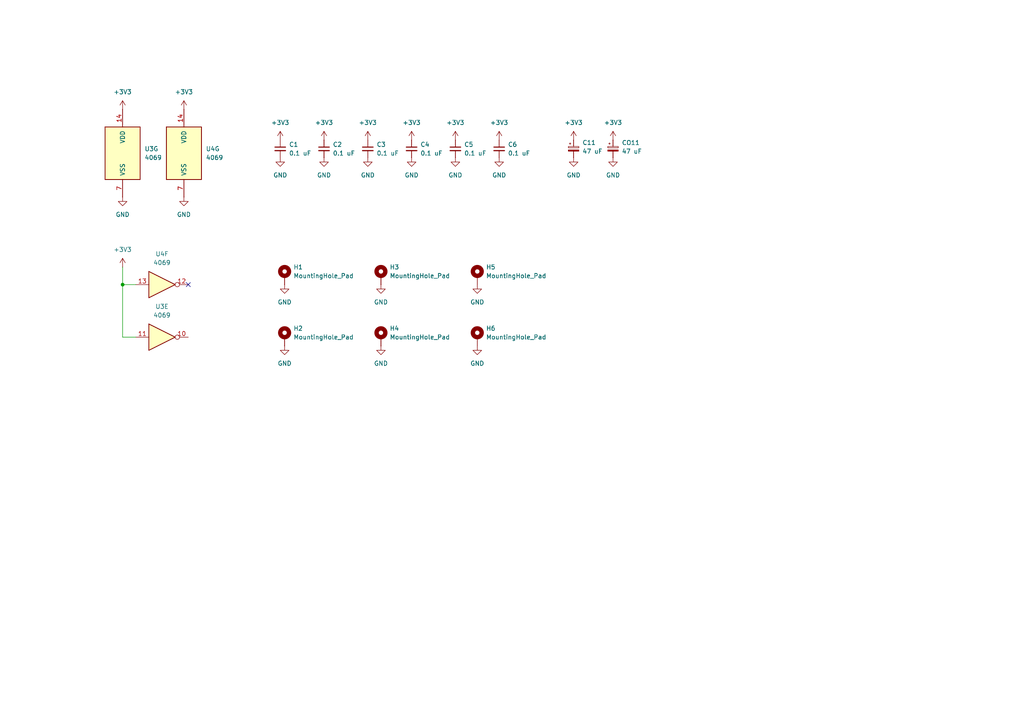
<source format=kicad_sch>
(kicad_sch (version 20250114) (generator "eeschema") (generator_version "9.0")
  (paper "A4")
  (lib_symbols
    (symbol "4xxx:4069" (pin_names (offset 1.016))
      (property "Reference" "U" (at 0 1.27 0))
      (property "Value" "4069" (at 0 -1.27 0))
      (symbol "4069_1_0"
        (polyline (pts (xy -3.81 3.81) (xy -3.81 -3.81) (xy 3.81 0) (xy -3.81 3.81)) (stroke (width 0.254)) (fill (type background)))
        (pin input line (at -7.62 0 0) (length 3.81) (name "~") (number "1"))
        (pin output inverted (at 7.62 0 180) (length 3.81) (name "~") (number "2"))
      )
      (symbol "4069_2_0"
        (polyline (pts (xy -3.81 3.81) (xy -3.81 -3.81) (xy 3.81 0) (xy -3.81 3.81)) (stroke (width 0.254)) (fill (type background)))
        (pin input line (at -7.62 0 0) (length 3.81) (name "~") (number "3"))
        (pin output inverted (at 7.62 0 180) (length 3.81) (name "~") (number "4"))
      )
      (symbol "4069_3_0"
        (polyline (pts (xy -3.81 3.81) (xy -3.81 -3.81) (xy 3.81 0) (xy -3.81 3.81)) (stroke (width 0.254)) (fill (type background)))
        (pin input line (at -7.62 0 0) (length 3.81) (name "~") (number "5"))
        (pin output inverted (at 7.62 0 180) (length 3.81) (name "~") (number "6"))
      )
      (symbol "4069_4_0"
        (polyline (pts (xy -3.81 3.81) (xy -3.81 -3.81) (xy 3.81 0) (xy -3.81 3.81)) (stroke (width 0.254)) (fill (type background)))
        (pin input line (at -7.62 0 0) (length 3.81) (name "~") (number "9"))
        (pin output inverted (at 7.62 0 180) (length 3.81) (name "~") (number "8"))
      )
      (symbol "4069_5_0"
        (polyline (pts (xy -3.81 3.81) (xy -3.81 -3.81) (xy 3.81 0) (xy -3.81 3.81)) (stroke (width 0.254)) (fill (type background)))
        (pin input line (at -7.62 0 0) (length 3.81) (name "~") (number "11"))
        (pin output inverted (at 7.62 0 180) (length 3.81) (name "~") (number "10"))
      )
      (symbol "4069_6_0"
        (polyline (pts (xy -3.81 3.81) (xy -3.81 -3.81) (xy 3.81 0) (xy -3.81 3.81)) (stroke (width 0.254)) (fill (type background)))
        (pin input line (at -7.62 0 0) (length 3.81) (name "~") (number "13"))
        (pin output inverted (at 7.62 0 180) (length 3.81) (name "~") (number "12"))
      )
      (symbol "4069_7_0"
        (pin power_in line (at 0 12.7 270) (length 5.08) (name "VDD") (number "14"))
        (pin power_in line (at 0 -12.7 90) (length 5.08) (name "VSS") (number "7"))
      )
      (symbol "4069_7_1"
        (rectangle (start -5.08 7.62) (end 5.08 -7.62) (stroke (width 0.254)) (fill (type background)))
      )
    )
    (symbol "Device:C_Polarized_Small" (pin_numbers (hide yes)) (pin_names (offset 0.254) (hide yes))
      (property "Reference" "C" (at 0.254 1.778 0))
      (property "Value" "C_Polarized_Small" (at 0.254 -2.032 0))
      (symbol "C_Polarized_Small_0_1"
        (rectangle (start -1.524 0.6858) (end 1.524 0.3048))
        (rectangle (start -1.524 -0.3048) (end 1.524 -0.6858) (fill (type outline)))
        (polyline (pts (xy -1.27 1.524) (xy -0.762 1.524)))
        (polyline (pts (xy -1.016 1.27) (xy -1.016 1.778)))
      )
      (symbol "C_Polarized_Small_1_1"
        (pin passive line (at 0 2.54 270) (length 1.8542) (name "~") (number "1"))
        (pin passive line (at 0 -2.54 90) (length 1.8542) (name "~") (number "2"))
      )
    )
    (symbol "Device:C_Small" (pin_numbers (hide yes)) (pin_names (offset 0.254) (hide yes))
      (property "Reference" "C" (at 0.254 1.778 0))
      (property "Value" "C_Small" (at 0.254 -2.032 0))
      (symbol "C_Small_0_1"
        (polyline (pts (xy -1.524 0.508) (xy 1.524 0.508)) (stroke (width 0.3048)))
        (polyline (pts (xy -1.524 -0.508) (xy 1.524 -0.508)) (stroke (width 0.3302)))
      )
      (symbol "C_Small_1_1"
        (pin passive line (at 0 2.54 270) (length 2.032) (name "~") (number "1"))
        (pin passive line (at 0 -2.54 90) (length 2.032) (name "~") (number "2"))
      )
    )
    (symbol "Mechanical:MountingHole_Pad" (pin_numbers (hide yes)) (pin_names (offset 1.016) (hide yes)) (in_bom no)
      (property "Reference" "H" (at 0 6.35 0))
      (property "Value" "MountingHole_Pad" (at 0 4.445 0))
      (symbol "MountingHole_Pad_0_1"
        (circle (center 0 1.27) (radius 1.27) (stroke (width 1.27)))
      )
      (symbol "MountingHole_Pad_1_1"
        (pin input line (at 0 -2.54 90) (length 2.54) (name "1") (number "1"))
      )
    )
    (symbol "power:+3V3" (power) (pin_numbers (hide yes)) (pin_names (offset 0) (hide yes))
      (property "Value" "+3V3" (at 0 3.556 0))
      (symbol "+3V3_0_1"
        (polyline (pts (xy -0.762 1.27) (xy 0 2.54)))
        (polyline (pts (xy 0 2.54) (xy 0.762 1.27)))
        (polyline (pts (xy 0 0) (xy 0 2.54)))
      )
      (symbol "+3V3_1_1"
        (pin power_in line (at 0 0 90) (length 0) (name "~") (number "1"))
      )
    )
    (symbol "power:GND" (power) (pin_numbers (hide yes)) (pin_names (offset 0) (hide yes))
      (property "Value" "GND" (at 0 -3.81 0))
      (symbol "GND_0_1"
        (polyline (pts (xy 0 0) (xy 0 -1.27) (xy 1.27 -1.27) (xy 0 -2.54) (xy -1.27 -1.27) (xy 0 -1.27)))
      )
      (symbol "GND_1_1"
        (pin power_in line (at 0 0 270) (length 0) (name "~") (number "1"))
      )
    )
  )
  (junction (at 35.56 82.55))
  (no_connect (at 54.61 82.55))
  (wire (pts (xy 35.56 77.47) (xy 35.56 82.55)))
  (wire (pts (xy 35.56 82.55) (xy 35.56 97.79)))
  (wire (pts (xy 39.37 82.55) (xy 35.56 82.55)))
  (wire (pts (xy 35.56 97.79) (xy 39.37 97.79)))
  (symbol (lib_id "power:GND") (at 144.78 45.72 0) (unit 1)
    (property "Reference" "#PWR033" (effects (hide yes)))
    (property "Value" "GND" (at 144.78 50.8 0))
    (property "Description" "Power symbol creates a global label with name \"GND\" , ground" (effects (hide yes)))
  )
  (symbol (lib_id "power:+3V3") (at 106.68 40.64 0) (unit 1)
    (property "Reference" "#PWR016" (effects (hide yes)))
    (property "Value" "+3V3" (at 106.68 35.56 0))
    (property "Description" "Power symbol creates a global label with name \"+3V3\"" (effects (hide yes)))
  )
  (symbol (lib_id "power:GND") (at 81.28 45.72 0) (unit 1)
    (property "Reference" "#PWR013" (effects (hide yes)))
    (property "Value" "GND" (at 81.28 50.8 0))
    (property "Description" "Power symbol creates a global label with name \"GND\" , ground" (effects (hide yes)))
  )
  (symbol (lib_id "power:+3V3") (at 35.56 77.47 0) (unit 1)
    (property "Reference" "#PWR010" (effects (hide yes)))
    (property "Value" "+3V3" (at 35.56 72.39 0))
    (property "Description" "Power symbol creates a global label with name \"+3V3\"" (effects (hide yes)))
  )
  (symbol (lib_id "power:+3V3") (at 144.78 40.64 0) (unit 1)
    (property "Reference" "#PWR032" (effects (hide yes)))
    (property "Value" "+3V3" (at 144.78 35.56 0))
    (property "Description" "Power symbol creates a global label with name \"+3V3\"" (effects (hide yes)))
  )
  (symbol (lib_id "Device:C_Small") (at 119.38 43.18 0) (unit 1)
    (property "Reference" "C4" (at 121.92 41.9162 0) (effects (justify left)))
    (property "Value" "0.1 uF" (at 121.92 44.4562 0) (effects (justify left)))
    (property "Footprint" "Capacitor_THT:C_Disc_D6.0mm_W2.5mm_P5.00mm" (effects (hide yes)))
    (property "Description" "Unpolarized capacitor, small symbol" (effects (hide yes)))
  )
  (symbol (lib_id "power:+3V3") (at 177.8 40.64 0) (unit 1)
    (property "Reference" "#PWR030" (effects (hide yes)))
    (property "Value" "+3V3" (at 177.8 35.56 0))
    (property "Description" "Power symbol creates a global label with name \"+3V3\"" (effects (hide yes)))
  )
  (symbol (lib_id "power:GND") (at 53.34 57.15 0) (unit 1)
    (property "Reference" "#PWR01" (effects (hide yes)))
    (property "Value" "GND" (at 53.34 62.23 0))
    (property "Description" "Power symbol creates a global label with name \"GND\" , ground" (effects (hide yes)))
  )
  (symbol (lib_id "4xxx:4069") (at 35.56 44.45 0) (unit 7)
    (property "Reference" "U3" (at 41.91 43.1799 0) (effects (justify left)))
    (property "Value" "4069" (at 41.91 45.7199 0) (effects (justify left)))
    (property "Footprint" "Package_DIP:DIP-14_W7.62mm" (effects (hide yes)))
    (property "Datasheet" "http://www.intersil.com/content/dam/Intersil/documents/cd40/cd4069ubms.pdf" (effects (hide yes)))
    (property "Description" "Hex inverter" (effects (hide yes)))
  )
  (symbol (lib_id "Mechanical:MountingHole_Pad") (at 82.55 80.01 0) (unit 1) (in_bom no)
    (property "Reference" "H1" (at 85.09 77.4699 0) (effects (justify left)))
    (property "Value" "MountingHole_Pad" (at 85.09 80.0099 0) (effects (justify left)))
    (property "Footprint" "MountingHole:MountingHole_3.2mm_M3_Pad_Via" (effects (hide yes)))
    (property "Description" "Mounting Hole with connection" (effects (hide yes)))
  )
  (symbol (lib_id "power:GND") (at 93.98 45.72 0) (unit 1)
    (property "Reference" "#PWR015" (effects (hide yes)))
    (property "Value" "GND" (at 93.98 50.8 0))
    (property "Description" "Power symbol creates a global label with name \"GND\" , ground" (effects (hide yes)))
  )
  (symbol (lib_id "power:+3V3") (at 166.37 40.64 0) (unit 1)
    (property "Reference" "#PWR028" (effects (hide yes)))
    (property "Value" "+3V3" (at 166.37 35.56 0))
    (property "Description" "Power symbol creates a global label with name \"+3V3\"" (effects (hide yes)))
  )
  (symbol (lib_id "Device:C_Small") (at 132.08 43.18 0) (unit 1)
    (property "Reference" "C5" (at 134.62 41.9162 0) (effects (justify left)))
    (property "Value" "0.1 uF" (at 134.62 44.4562 0) (effects (justify left)))
    (property "Footprint" "Capacitor_THT:C_Disc_D6.0mm_W2.5mm_P5.00mm" (effects (hide yes)))
    (property "Description" "Unpolarized capacitor, small symbol" (effects (hide yes)))
  )
  (symbol (lib_id "4xxx:4069") (at 53.34 44.45 0) (unit 7)
    (property "Reference" "U4" (at 59.69 43.1799 0) (effects (justify left)))
    (property "Value" "4069" (at 59.69 45.7199 0) (effects (justify left)))
    (property "Footprint" "Package_DIP:DIP-14_W7.62mm" (effects (hide yes)))
    (property "Datasheet" "http://www.intersil.com/content/dam/Intersil/documents/cd40/cd4069ubms.pdf" (effects (hide yes)))
    (property "Description" "Hex inverter" (effects (hide yes)))
  )
  (symbol (lib_id "power:+3V3") (at 81.28 40.64 0) (unit 1)
    (property "Reference" "#PWR012" (effects (hide yes)))
    (property "Value" "+3V3" (at 81.28 35.56 0))
    (property "Description" "Power symbol creates a global label with name \"+3V3\"" (effects (hide yes)))
  )
  (symbol (lib_id "power:GND") (at 110.49 82.55 0) (unit 1)
    (property "Reference" "#PWR022" (effects (hide yes)))
    (property "Value" "GND" (at 110.49 87.63 0))
    (property "Description" "Power symbol creates a global label with name \"GND\" , ground" (effects (hide yes)))
  )
  (symbol (lib_id "Device:C_Polarized_Small") (at 177.8 43.18 0) (unit 1)
    (property "Reference" "CO11" (at 180.34 41.402 0) (effects (justify left)))
    (property "Value" "47 uF" (at 180.34 43.9038 0) (effects (justify left)))
    (property "Footprint" "Capacitor_THT:CP_Radial_D6.3mm_P2.50mm" (effects (hide yes)))
    (property "Description" "Polarized capacitor, small symbol" (effects (hide yes)))
  )
  (symbol (lib_id "power:GND") (at 106.68 45.72 0) (unit 1)
    (property "Reference" "#PWR017" (effects (hide yes)))
    (property "Value" "GND" (at 106.68 50.8 0))
    (property "Description" "Power symbol creates a global label with name \"GND\" , ground" (effects (hide yes)))
  )
  (symbol (lib_id "power:GND") (at 35.56 57.15 0) (unit 1)
    (property "Reference" "#PWR09" (effects (hide yes)))
    (property "Value" "GND" (at 35.56 62.23 0))
    (property "Description" "Power symbol creates a global label with name \"GND\" , ground" (effects (hide yes)))
  )
  (symbol (lib_id "power:GND") (at 138.43 100.33 0) (unit 1)
    (property "Reference" "#PWR025" (effects (hide yes)))
    (property "Value" "GND" (at 138.43 105.41 0))
    (property "Description" "Power symbol creates a global label with name \"GND\" , ground" (effects (hide yes)))
  )
  (symbol (lib_id "power:+3V3") (at 119.38 40.64 0) (unit 1)
    (property "Reference" "#PWR020" (effects (hide yes)))
    (property "Value" "+3V3" (at 119.38 35.56 0))
    (property "Description" "Power symbol creates a global label with name \"+3V3\"" (effects (hide yes)))
  )
  (symbol (lib_id "power:GND") (at 82.55 100.33 0) (unit 1)
    (property "Reference" "#PWR019" (effects (hide yes)))
    (property "Value" "GND" (at 82.55 105.41 0))
    (property "Description" "Power symbol creates a global label with name \"GND\" , ground" (effects (hide yes)))
  )
  (symbol (lib_id "power:GND") (at 166.37 45.72 0) (unit 1)
    (property "Reference" "#PWR029" (effects (hide yes)))
    (property "Value" "GND" (at 166.37 50.8 0))
    (property "Description" "Power symbol creates a global label with name \"GND\" , ground" (effects (hide yes)))
  )
  (symbol (lib_id "Device:C_Polarized_Small") (at 166.37 43.18 0) (unit 1)
    (property "Reference" "C11" (at 168.91 41.3638 0) (effects (justify left)))
    (property "Value" "47 uF" (at 168.91 43.9038 0) (effects (justify left)))
    (property "Footprint" "Capacitor_THT:CP_Axial_L18.0mm_D8.0mm_P25.00mm_Horizontal" (effects (hide yes)))
    (property "Description" "Polarized capacitor, small symbol" (effects (hide yes)))
  )
  (symbol (lib_id "power:GND") (at 132.08 45.72 0) (unit 1)
    (property "Reference" "#PWR027" (effects (hide yes)))
    (property "Value" "GND" (at 132.08 50.8 0))
    (property "Description" "Power symbol creates a global label with name \"GND\" , ground" (effects (hide yes)))
  )
  (symbol (lib_id "power:GND") (at 110.49 100.33 0) (unit 1)
    (property "Reference" "#PWR023" (effects (hide yes)))
    (property "Value" "GND" (at 110.49 105.41 0))
    (property "Description" "Power symbol creates a global label with name \"GND\" , ground" (effects (hide yes)))
  )
  (symbol (lib_id "Mechanical:MountingHole_Pad") (at 138.43 97.79 0) (unit 1) (in_bom no)
    (property "Reference" "H6" (at 140.97 95.2499 0) (effects (justify left)))
    (property "Value" "MountingHole_Pad" (at 140.97 97.7899 0) (effects (justify left)))
    (property "Footprint" "MountingHole:MountingHole_3.2mm_M3_Pad_Via" (effects (hide yes)))
    (property "Description" "Mounting Hole with connection" (effects (hide yes)))
  )
  (symbol (lib_id "power:GND") (at 138.43 82.55 0) (unit 1)
    (property "Reference" "#PWR024" (effects (hide yes)))
    (property "Value" "GND" (at 138.43 87.63 0))
    (property "Description" "Power symbol creates a global label with name \"GND\" , ground" (effects (hide yes)))
  )
  (symbol (lib_id "4xxx:4069") (at 46.99 97.79 0) (unit 5)
    (property "Reference" "U3" (at 46.99 88.9 0))
    (property "Value" "4069" (at 46.99 91.44 0))
    (property "Footprint" "Package_DIP:DIP-14_W7.62mm" (effects (hide yes)))
    (property "Datasheet" "http://www.intersil.com/content/dam/Intersil/documents/cd40/cd4069ubms.pdf" (effects (hide yes)))
    (property "Description" "Hex inverter" (effects (hide yes)))
  )
  (symbol (lib_id "Device:C_Small") (at 144.78 43.18 0) (unit 1)
    (property "Reference" "C6" (at 147.32 41.9162 0) (effects (justify left)))
    (property "Value" "0.1 uF" (at 147.32 44.4562 0) (effects (justify left)))
    (property "Footprint" "Capacitor_THT:C_Disc_D6.0mm_W2.5mm_P5.00mm" (effects (hide yes)))
    (property "Description" "Unpolarized capacitor, small symbol" (effects (hide yes)))
  )
  (symbol (lib_id "Mechanical:MountingHole_Pad") (at 110.49 80.01 0) (unit 1) (in_bom no)
    (property "Reference" "H3" (at 113.03 77.4699 0) (effects (justify left)))
    (property "Value" "MountingHole_Pad" (at 113.03 80.0099 0) (effects (justify left)))
    (property "Footprint" "MountingHole:MountingHole_3.2mm_M3_Pad_Via" (effects (hide yes)))
    (property "Description" "Mounting Hole with connection" (effects (hide yes)))
  )
  (symbol (lib_id "power:GND") (at 119.38 45.72 0) (unit 1)
    (property "Reference" "#PWR021" (effects (hide yes)))
    (property "Value" "GND" (at 119.38 50.8 0))
    (property "Description" "Power symbol creates a global label with name \"GND\" , ground" (effects (hide yes)))
  )
  (symbol (lib_id "Mechanical:MountingHole_Pad") (at 110.49 97.79 0) (unit 1) (in_bom no)
    (property "Reference" "H4" (at 113.03 95.2499 0) (effects (justify left)))
    (property "Value" "MountingHole_Pad" (at 113.03 97.7899 0) (effects (justify left)))
    (property "Footprint" "MountingHole:MountingHole_3.2mm_M3_Pad_Via" (effects (hide yes)))
    (property "Description" "Mounting Hole with connection" (effects (hide yes)))
  )
  (symbol (lib_id "power:GND") (at 82.55 82.55 0) (unit 1)
    (property "Reference" "#PWR018" (effects (hide yes)))
    (property "Value" "GND" (at 82.55 87.63 0))
    (property "Description" "Power symbol creates a global label with name \"GND\" , ground" (effects (hide yes)))
  )
  (symbol (lib_id "4xxx:4069") (at 46.99 82.55 0) (unit 6)
    (property "Reference" "U4" (at 46.99 73.66 0))
    (property "Value" "4069" (at 46.99 76.2 0))
    (property "Footprint" "Package_DIP:DIP-14_W7.62mm" (effects (hide yes)))
    (property "Datasheet" "http://www.intersil.com/content/dam/Intersil/documents/cd40/cd4069ubms.pdf" (effects (hide yes)))
    (property "Description" "Hex inverter" (effects (hide yes)))
  )
  (symbol (lib_id "Device:C_Small") (at 81.28 43.18 0) (unit 1)
    (property "Reference" "C1" (at 83.82 41.9162 0) (effects (justify left)))
    (property "Value" "0.1 uF" (at 83.82 44.4562 0) (effects (justify left)))
    (property "Footprint" "Capacitor_THT:C_Disc_D6.0mm_W2.5mm_P5.00mm" (effects (hide yes)))
    (property "Description" "Unpolarized capacitor, small symbol" (effects (hide yes)))
  )
  (symbol (lib_id "power:GND") (at 177.8 45.72 0) (unit 1)
    (property "Reference" "#PWR031" (effects (hide yes)))
    (property "Value" "GND" (at 177.8 50.8 0))
    (property "Description" "Power symbol creates a global label with name \"GND\" , ground" (effects (hide yes)))
  )
  (symbol (lib_id "power:+3V3") (at 93.98 40.64 0) (unit 1)
    (property "Reference" "#PWR014" (effects (hide yes)))
    (property "Value" "+3V3" (at 93.98 35.56 0))
    (property "Description" "Power symbol creates a global label with name \"+3V3\"" (effects (hide yes)))
  )
  (symbol (lib_id "Mechanical:MountingHole_Pad") (at 138.43 80.01 0) (unit 1) (in_bom no)
    (property "Reference" "H5" (at 140.97 77.4699 0) (effects (justify left)))
    (property "Value" "MountingHole_Pad" (at 140.97 80.0099 0) (effects (justify left)))
    (property "Footprint" "MountingHole:MountingHole_3.2mm_M3_Pad_Via" (effects (hide yes)))
    (property "Description" "Mounting Hole with connection" (effects (hide yes)))
  )
  (symbol (lib_id "power:+3V3") (at 53.34 31.75 0) (unit 1)
    (property "Reference" "#PWR03" (effects (hide yes)))
    (property "Value" "+3V3" (at 53.34 26.67 0))
    (property "Description" "Power symbol creates a global label with name \"+3V3\"" (effects (hide yes)))
  )
  (symbol (lib_id "power:+3V3") (at 132.08 40.64 0) (unit 1)
    (property "Reference" "#PWR026" (effects (hide yes)))
    (property "Value" "+3V3" (at 132.08 35.56 0))
    (property "Description" "Power symbol creates a global label with name \"+3V3\"" (effects (hide yes)))
  )
  (symbol (lib_id "power:+3V3") (at 35.56 31.75 0) (unit 1)
    (property "Reference" "#PWR08" (effects (hide yes)))
    (property "Value" "+3V3" (at 35.56 26.67 0))
    (property "Description" "Power symbol creates a global label with name \"+3V3\"" (effects (hide yes)))
  )
  (symbol (lib_id "Mechanical:MountingHole_Pad") (at 82.55 97.79 0) (unit 1) (in_bom no)
    (property "Reference" "H2" (at 85.09 95.2499 0) (effects (justify left)))
    (property "Value" "MountingHole_Pad" (at 85.09 97.7899 0) (effects (justify left)))
    (property "Footprint" "MountingHole:MountingHole_3.2mm_M3_Pad_Via" (effects (hide yes)))
    (property "Description" "Mounting Hole with connection" (effects (hide yes)))
  )
  (symbol (lib_id "Device:C_Small") (at 93.98 43.18 0) (unit 1)
    (property "Reference" "C2" (at 96.52 41.9162 0) (effects (justify left)))
    (property "Value" "0.1 uF" (at 96.52 44.4562 0) (effects (justify left)))
    (property "Footprint" "Capacitor_THT:C_Disc_D6.0mm_W2.5mm_P5.00mm" (effects (hide yes)))
    (property "Description" "Unpolarized capacitor, small symbol" (effects (hide yes)))
  )
  (symbol (lib_id "Device:C_Small") (at 106.68 43.18 0) (unit 1)
    (property "Reference" "C3" (at 109.22 41.9162 0) (effects (justify left)))
    (property "Value" "0.1 uF" (at 109.22 44.4562 0) (effects (justify left)))
    (property "Footprint" "Capacitor_THT:C_Disc_D6.0mm_W2.5mm_P5.00mm" (effects (hide yes)))
    (property "Description" "Unpolarized capacitor, small symbol" (effects (hide yes)))
  )
)
</source>
